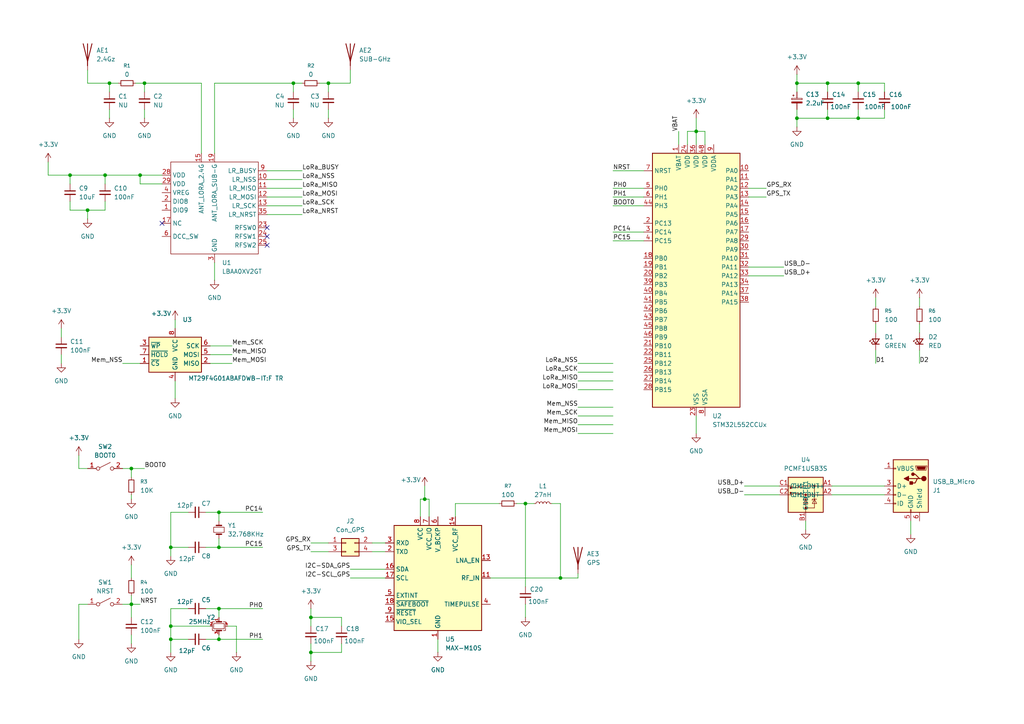
<source format=kicad_sch>
(kicad_sch (version 20250114) (generator "eeschema") (generator_version "9.0")
  (paper "A4")
  (lib_symbols
    (symbol "Connector:USB_B_Micro" (pin_names (offset 1.016))
      (property "Reference" "J" (at -5.08 11.43 0))
      (property "Value" "USB_B_Micro" (at -5.08 8.89 0))
      (symbol "USB_B_Micro_1_1"
        (pin passive line (at -2.54 -10.16 90) (length 2.54) (name "Shield") (number "6"))
        (pin power_out line (at 0 -10.16 90) (length 2.54) (name "GND") (number "5"))
        (pin power_out line (at 7.62 5.08 180) (length 2.54) (name "VBUS") (number "1"))
        (pin bidirectional line (at 7.62 0 180) (length 2.54) (name "D+") (number "3"))
        (pin bidirectional line (at 7.62 -2.54 180) (length 2.54) (name "D-") (number "2"))
        (pin passive line (at 7.62 -5.08 180) (length 2.54) (name "ID") (number "4"))
      )
    )
    (symbol "Connector_Generic:Conn_02x02_Odd_Even" (pin_names (offset 1.016) (hide yes))
      (property "Reference" "J" (at 1.27 2.54 0))
      (property "Value" "Conn_02x02_Odd_Even" (at 1.27 -5.08 0))
      (symbol "Conn_02x02_Odd_Even_1_1"
        (pin passive line (at -5.08 0 0) (length 3.81) (name "Pin_1") (number "1"))
        (pin passive line (at -5.08 -2.54 0) (length 3.81) (name "Pin_3") (number "3"))
        (pin passive line (at 7.62 0 180) (length 3.81) (name "Pin_2") (number "2"))
        (pin passive line (at 7.62 -2.54 180) (length 3.81) (name "Pin_4") (number "4"))
      )
    )
    (symbol "Device:Antenna" (pin_numbers (hide yes)) (pin_names (offset 1.016) (hide yes))
      (property "Reference" "AE" (at -1.905 1.905 0))
      (property "Value" "Antenna" (at -1.905 0 0))
      (symbol "Antenna_1_1"
        (pin input line (at 0 -5.08 90) (length 2.54) (name "A") (number "1"))
      )
    )
    (symbol "Device:C_Polarized_Small" (pin_numbers (hide yes)) (pin_names (offset 0.254) (hide yes))
      (property "Reference" "C" (at 0.254 1.778 0))
      (property "Value" "C_Polarized_Small" (at 0.254 -2.032 0))
      (symbol "C_Polarized_Small_1_1"
        (pin passive line (at 0 2.54 270) (length 1.8542) (name "~") (number "1"))
        (pin passive line (at 0 -2.54 90) (length 1.8542) (name "~") (number "2"))
      )
    )
    (symbol "Device:C_Small" (pin_numbers (hide yes)) (pin_names (offset 0.254) (hide yes))
      (property "Reference" "C" (at 0.254 1.778 0))
      (property "Value" "C_Small" (at 0.254 -2.032 0))
      (symbol "C_Small_1_1"
        (pin passive line (at 0 2.54 270) (length 2.032) (name "~") (number "1"))
        (pin passive line (at 0 -2.54 90) (length 2.032) (name "~") (number "2"))
      )
    )
    (symbol "Device:Crystal_GND24_Small" (pin_names (offset 1.016) (hide yes))
      (property "Reference" "Y" (at 1.27 4.445 0))
      (property "Value" "Crystal_GND24_Small" (at 1.27 2.54 0))
      (symbol "Crystal_GND24_Small_1_1"
        (pin passive line (at -2.54 0 0) (length 1.27) (name "1") (number "1"))
        (pin passive line (at 0 2.54 270) (length 0.635) (name "4") (number "4"))
        (pin passive line (at 0 -2.54 90) (length 0.635) (name "2") (number "2"))
        (pin passive line (at 2.54 0 180) (length 1.27) (name "3") (number "3"))
      )
    )
    (symbol "Device:Crystal_Small" (pin_numbers (hide yes)) (pin_names (offset 1.016) (hide yes))
      (property "Reference" "Y" (at 0 2.54 0))
      (property "Value" "Crystal_Small" (at 0 -2.54 0))
      (symbol "Crystal_Small_1_1"
        (pin passive line (at -2.54 0 0) (length 1.27) (name "1") (number "1"))
        (pin passive line (at 2.54 0 180) (length 1.27) (name "2") (number "2"))
      )
    )
    (symbol "Device:LED_Small" (pin_numbers (hide yes)) (pin_names (offset 0.254) (hide yes))
      (property "Reference" "D" (at -1.27 3.175 0))
      (property "Value" "LED_Small" (at -4.445 -2.54 0))
      (symbol "LED_Small_1_1"
        (pin passive line (at -2.54 0 0) (length 1.778) (name "K") (number "1"))
        (pin passive line (at 2.54 0 180) (length 1.778) (name "A") (number "2"))
      )
    )
    (symbol "Device:L_Small" (pin_numbers (hide yes)) (pin_names (offset 0.254) (hide yes))
      (property "Reference" "L" (at 0.762 1.016 0))
      (property "Value" "L_Small" (at 0.762 -1.016 0))
      (symbol "L_Small_1_1"
        (pin passive line (at 0 2.54 270) (length 0.508) (name "~") (number "1"))
        (pin passive line (at 0 -2.54 90) (length 0.508) (name "~") (number "2"))
      )
    )
    (symbol "Device:R_Small" (pin_numbers (hide yes)) (pin_names (offset 0.254) (hide yes))
      (property "Reference" "R" (at 0 0 90))
      (property "Value" "R_Small" (at 1.778 0 90))
      (symbol "R_Small_1_1"
        (pin passive line (at 0 2.54 270) (length 0.762) (name "~") (number "1"))
        (pin passive line (at 0 -2.54 90) (length 0.762) (name "~") (number "2"))
      )
    )
    (symbol "LTC4162IUFD-FFSM_PBF:LTC4162IUFD-FFSM_PBF" (pin_names (offset 1.016))
      (property "Reference" "U" (at -15.24 31.242 0))
      (property "Value" "LTC4162IUFD-FFSM_PBF" (at -15.24 -35.56 0))
      (symbol "LTC4162IUFD-FFSM_PBF_0_0"
        (pin input line (at -20.32 17.78 0) (length 5.08) (name "VIN") (number "7"))
        (pin output line (at -20.32 10.16 0) (length 5.08) (name "INFET") (number "6"))
        (pin input line (at -20.32 5.08 0) (length 5.08) (name "CLP") (number "5"))
        (pin input line (at -20.32 2.54 0) (length 5.08) (name "CLN") (number "4"))
        (pin output line (at -20.32 -2.54 0) (length 5.08) (name "~{SMBALERT}") (number "12"))
        (pin input clock (at -20.32 -5.08 0) (length 5.08) (name "SCL") (number "13"))
        (pin bidirectional line (at -20.32 -7.62 0) (length 5.08) (name "SDA") (number "14"))
        (pin input line (at -20.32 -12.7 0) (length 5.08) (name "SYNC") (number "16"))
        (pin input line (at -20.32 -15.24 0) (length 5.08) (name "CELLS0") (number "17"))
        (pin input line (at -20.32 -17.78 0) (length 5.08) (name "CELLS1") (number "18"))
        (pin passive line (at -20.32 -22.86 0) (length 5.08) (name "RT") (number "11"))
        (pin power_in line (at 20.32 27.94 180) (length 5.08) (name "DVCC") (number "15"))
        (pin power_in line (at 20.32 25.4 180) (length 5.08) (name "VCC2P5") (number "8"))
        (pin power_in line (at 20.32 22.86 180) (length 5.08) (name "INTVCC") (number "2"))
        (pin output line (at 20.32 17.78 180) (length 5.08) (name "VOUT") (number "27"))
        (pin output line (at 20.32 17.78 180) (length 5.08) (name "VOUT") (number "28"))
        (pin output line (at 20.32 15.24 180) (length 5.08) (name "VOUTA") (number "3"))
        (pin input line (at 20.32 10.16 180) (length 5.08) (name "BATFET") (number "22"))
        (pin passive line (at 20.32 7.62 180) (length 5.08) (name "BOOST") (number "1"))
        (pin bidirectional line (at 20.32 5.08 180) (length 5.08) (name "SW") (number "25"))
        (pin bidirectional line (at 20.32 5.08 180) (length 5.08) (name "SW") (number "26"))
        (pin input line (at 20.32 0 180) (length 5.08) (name "CSP") (number "21"))
        (pin input line (at 20.32 -2.54 180) (length 5.08) (name "CSN") (number "20"))
        (pin passive line (at 20.32 -7.62 180) (length 5.08) (name "BATSENS+") (number "19"))
        (pin output line (at 20.32 -12.7 180) (length 5.08) (name "NTCBIAS") (number "9"))
        (pin input line (at 20.32 -15.24 180) (length 5.08) (name "NTC") (number "10"))
        (pin power_in line (at 20.32 -27.94 180) (length 5.08) (name "AGND") (number "29"))
        (pin power_in line (at 20.32 -30.48 180) (length 5.08) (name "PGND") (number "23"))
        (pin power_in line (at 20.32 -30.48 180) (length 5.08) (name "PGND") (number "24"))
      )
    )
    (symbol "MCU_ST_STM32L5:STM32L552CCUx"
      (property "Reference" "U" (at -12.7 39.37 0))
      (property "Value" "STM32L552CCUx" (at 7.62 39.37 0))
      (symbol "STM32L552CCUx_1_1"
        (pin input line (at -15.24 33.02 0) (length 2.54) (name "NRST") (number "7"))
        (pin bidirectional line (at -15.24 27.94 0) (length 2.54) (name "PH0") (number "5"))
        (pin bidirectional line (at -15.24 25.4 0) (length 2.54) (name "PH1") (number "6"))
        (pin bidirectional line (at -15.24 22.86 0) (length 2.54) (name "PH3") (number "44"))
        (pin bidirectional line (at -15.24 17.78 0) (length 2.54) (name "PC13") (number "2"))
        (pin bidirectional line (at -15.24 15.24 0) (length 2.54) (name "PC14") (number "3"))
        (pin bidirectional line (at -15.24 12.7 0) (length 2.54) (name "PC15") (number "4"))
        (pin bidirectional line (at -15.24 7.62 0) (length 2.54) (name "PB0") (number "18"))
        (pin bidirectional line (at -15.24 5.08 0) (length 2.54) (name "PB1") (number "19"))
        (pin bidirectional line (at -15.24 2.54 0) (length 2.54) (name "PB2") (number "20"))
        (pin bidirectional line (at -15.24 0 0) (length 2.54) (name "PB3") (number "39"))
        (pin bidirectional line (at -15.24 -2.54 0) (length 2.54) (name "PB4") (number "40"))
        (pin bidirectional line (at -15.24 -5.08 0) (length 2.54) (name "PB5") (number "41"))
        (pin bidirectional line (at -15.24 -7.62 0) (length 2.54) (name "PB6") (number "42"))
        (pin bidirectional line (at -15.24 -10.16 0) (length 2.54) (name "PB7") (number "43"))
        (pin bidirectional line (at -15.24 -12.7 0) (length 2.54) (name "PB8") (number "45"))
        (pin bidirectional line (at -15.24 -15.24 0) (length 2.54) (name "PB9") (number "46"))
        (pin bidirectional line (at -15.24 -17.78 0) (length 2.54) (name "PB10") (number "21"))
        (pin bidirectional line (at -15.24 -20.32 0) (length 2.54) (name "PB11") (number "22"))
        (pin bidirectional line (at -15.24 -22.86 0) (length 2.54) (name "PB12") (number "25"))
        (pin bidirectional line (at -15.24 -25.4 0) (length 2.54) (name "PB13") (number "26"))
        (pin bidirectional line (at -15.24 -27.94 0) (length 2.54) (name "PB14") (number "27"))
        (pin bidirectional line (at -15.24 -30.48 0) (length 2.54) (name "PB15") (number "28"))
        (pin power_in line (at -5.08 40.64 270) (length 2.54) (name "VBAT") (number "1"))
        (pin power_in line (at -2.54 40.64 270) (length 2.54) (name "VDD") (number "24"))
        (pin power_in line (at 0 40.64 270) (length 2.54) (name "VDD") (number "36"))
        (pin power_in line (at 0 -38.1 90) (length 2.54) (name "VSS") (number "23"))
        (pin passive line (at 0 -38.1 90) (length 2.54) (hide yes) (name "VSS") (number "35"))
        (pin passive line (at 0 -38.1 90) (length 2.54) (hide yes) (name "VSS") (number "47"))
        (pin passive line (at 0 -38.1 90) (length 2.54) (hide yes) (name "VSS") (number "49"))
        (pin power_in line (at 2.54 40.64 270) (length 2.54) (name "VDD") (number "48"))
        (pin power_in line (at 2.54 -38.1 90) (length 2.54) (name "VSSA") (number "8"))
        (pin power_in line (at 5.08 40.64 270) (length 2.54) (name "VDDA") (number "9"))
        (pin bidirectional line (at 15.24 33.02 180) (length 2.54) (name "PA0") (number "10"))
        (pin bidirectional line (at 15.24 30.48 180) (length 2.54) (name "PA1") (number "11"))
        (pin bidirectional line (at 15.24 27.94 180) (length 2.54) (name "PA2") (number "12"))
        (pin bidirectional line (at 15.24 25.4 180) (length 2.54) (name "PA3") (number "13"))
        (pin bidirectional line (at 15.24 22.86 180) (length 2.54) (name "PA4") (number "14"))
        (pin bidirectional line (at 15.24 20.32 180) (length 2.54) (name "PA5") (number "15"))
        (pin bidirectional line (at 15.24 17.78 180) (length 2.54) (name "PA6") (number "16"))
        (pin bidirectional line (at 15.24 15.24 180) (length 2.54) (name "PA7") (number "17"))
        (pin bidirectional line (at 15.24 12.7 180) (length 2.54) (name "PA8") (number "29"))
        (pin bidirectional line (at 15.24 10.16 180) (length 2.54) (name "PA9") (number "30"))
        (pin bidirectional line (at 15.24 7.62 180) (length 2.54) (name "PA10") (number "31"))
        (pin bidirectional line (at 15.24 5.08 180) (length 2.54) (name "PA11") (number "32"))
        (pin bidirectional line (at 15.24 2.54 180) (length 2.54) (name "PA12") (number "33"))
        (pin bidirectional line (at 15.24 0 180) (length 2.54) (name "PA13") (number "34"))
        (pin bidirectional line (at 15.24 -2.54 180) (length 2.54) (name "PA14") (number "37"))
        (pin bidirectional line (at 15.24 -5.08 180) (length 2.54) (name "PA15") (number "38"))
      )
    )
    (symbol "Memory_EEPROM:CAT250xxx"
      (property "Reference" "U" (at -7.62 6.35 0))
      (property "Value" "CAT250xxx" (at 2.54 -6.35 0))
      (symbol "CAT250xxx_1_1"
        (pin input line (at -10.16 2.54 0) (length 2.54) (name "~{WP}") (number "3"))
        (pin input line (at -10.16 0 0) (length 2.54) (name "~{HOLD}") (number "7"))
        (pin input line (at -10.16 -2.54 0) (length 2.54) (name "~{CS}") (number "1"))
        (pin power_in line (at 0 7.62 270) (length 2.54) (name "VCC") (number "8"))
        (pin power_in line (at 0 -7.62 90) (length 2.54) (name "GND") (number "4"))
        (pin input line (at 10.16 2.54 180) (length 2.54) (name "SCK") (number "6"))
        (pin input line (at 10.16 0 180) (length 2.54) (name "MOSI") (number "5"))
        (pin tri_state line (at 10.16 -2.54 180) (length 2.54) (name "MISO") (number "2"))
      )
    )
    (symbol "RF_GPS:MAX-M10S"
      (property "Reference" "U" (at -10.16 16.51 0))
      (property "Value" "MAX-M10S" (at 11.43 16.51 0))
      (symbol "MAX-M10S_1_1"
        (pin input line (at -15.24 10.16 0) (length 2.54) (name "RXD") (number "3"))
        (pin output line (at -15.24 7.62 0) (length 2.54) (name "TXD") (number "2"))
        (pin bidirectional line (at -15.24 2.54 0) (length 2.54) (name "SDA") (number "16"))
        (pin input line (at -15.24 0 0) (length 2.54) (name "SCL") (number "17"))
        (pin input line (at -15.24 -5.08 0) (length 2.54) (name "EXTINT") (number "5"))
        (pin input line (at -15.24 -7.62 0) (length 2.54) (name "~{SAFEBOOT}") (number "18"))
        (pin input line (at -15.24 -10.16 0) (length 2.54) (name "~{RESET}") (number "9"))
        (pin input line (at -15.24 -12.7 0) (length 2.54) (name "VIO_SEL") (number "15"))
        (pin power_in line (at -5.08 17.78 270) (length 2.54) (name "VCC") (number "8"))
        (pin power_in line (at -2.54 17.78 270) (length 2.54) (name "VCC_IO") (number "7"))
        (pin power_in line (at 0 17.78 270) (length 2.54) (name "V_BCKP") (number "6"))
        (pin power_in line (at 0 -17.78 90) (length 2.54) (name "GND") (number "1"))
        (pin passive line (at 0 -17.78 90) (length 2.54) (hide yes) (name "GND") (number "10"))
        (pin passive line (at 0 -17.78 90) (length 2.54) (hide yes) (name "GND") (number "12"))
        (pin power_out line (at 5.08 17.78 270) (length 2.54) (name "VCC_RF") (number "14"))
        (pin output line (at 15.24 5.08 180) (length 2.54) (name "LNA_EN") (number "13"))
        (pin input line (at 15.24 0 180) (length 2.54) (name "RF_IN") (number "11"))
        (pin output line (at 15.24 -7.62 180) (length 2.54) (name "TIMEPULSE") (number "4"))
      )
    )
    (symbol "Switch:SW_SPST" (pin_names (offset 0) (hide yes))
      (property "Reference" "SW" (at 0 3.175 0))
      (property "Value" "SW_SPST" (at 0 -2.54 0))
      (symbol "SW_SPST_1_1"
        (pin passive line (at -5.08 0 0) (length 2.54) (name "A") (number "1"))
        (pin passive line (at 5.08 0 180) (length 2.54) (name "B") (number "2"))
      )
    )
    (symbol "_W_LoRa:LBAA0XV2GT-001"
      (property "Reference" "U" (at 8.636 8.89 0))
      (symbol "LBAA0XV2GT-001_1_1"
        (pin input line (at -13.97 3.81 0) (length 2.54) (name "VDD") (number "28"))
        (pin input line (at -13.97 1.27 0) (length 2.54) (name "VDD") (number "29"))
        (pin input line (at -13.97 -1.27 0) (length 2.54) (name "VREG") (number "4"))
        (pin input line (at -13.97 -3.81 0) (length 2.54) (name "DIO8") (number "2"))
        (pin input line (at -13.97 -6.35 0) (length 2.54) (name "DIO9") (number "1"))
        (pin input line (at -13.97 -10.16 0) (length 2.54) (name "NC") (number "17"))
        (pin input line (at -13.97 -10.16 0) (length 2.54) (hide yes) (name "NC") (number "21"))
        (pin input line (at -13.97 -13.97 0) (length 2.54) (name "DCC_SW") (number "6"))
        (pin input line (at -2.54 10.16 270) (length 2.54) (name "ANT_LORA_2.4G") (number "15"))
        (pin input line (at 1.27 10.16 270) (length 2.54) (name "ANT_LORA_SUB-G") (number "19"))
        (pin input line (at 1.27 -21.59 90) (length 2.54) (hide yes) (name "GND") (number "14"))
        (pin input line (at 1.27 -21.59 90) (length 2.54) (hide yes) (name "GND") (number "16"))
        (pin input line (at 1.27 -21.59 90) (length 2.54) (hide yes) (name "GND") (number "18"))
        (pin input line (at 1.27 -21.59 90) (length 2.54) (hide yes) (name "GND") (number "20"))
        (pin input line (at 1.27 -21.59 90) (length 2.54) (hide yes) (name "GND") (number "22"))
        (pin input line (at 1.27 -21.59 90) (length 2.54) (hide yes) (name "GND") (number "26"))
        (pin input line (at 1.27 -21.59 90) (length 2.54) (hide yes) (name "GND") (number "27"))
        (pin input line (at 1.27 -21.59 90) (length 2.54) (name "GND") (number "3"))
        (pin input line (at 1.27 -21.59 90) (length 2.54) (hide yes) (name "GND") (number "30"))
        (pin input line (at 1.27 -21.59 90) (length 2.54) (hide yes) (name "GND") (number "31"))
        (pin input line (at 1.27 -21.59 90) (length 2.54) (hide yes) (name "GND") (number "32"))
        (pin input line (at 1.27 -21.59 90) (length 2.54) (hide yes) (name "GND") (number "33"))
        (pin input line (at 1.27 -21.59 90) (length 2.54) (hide yes) (name "GND") (number "34"))
        (pin input line (at 1.27 -21.59 90) (length 2.54) (hide yes) (name "GND") (number "36"))
        (pin input line (at 1.27 -21.59 90) (length 2.54) (hide yes) (name "GND") (number "37"))
        (pin input line (at 1.27 -21.59 90) (length 2.54) (hide yes) (name "GND") (number "38"))
        (pin input line (at 1.27 -21.59 90) (length 2.54) (hide yes) (name "GND") (number "39"))
        (pin input line (at 1.27 -21.59 90) (length 2.54) (hide yes) (name "GND") (number "40"))
        (pin input line (at 1.27 -21.59 90) (length 2.54) (hide yes) (name "GND") (number "41"))
        (pin input line (at 1.27 -21.59 90) (length 2.54) (hide yes) (name "GND") (number "42"))
        (pin input line (at 1.27 -21.59 90) (length 2.54) (hide yes) (name "GND") (number "43"))
        (pin input line (at 1.27 -21.59 90) (length 2.54) (hide yes) (name "GND") (number "44"))
        (pin input line (at 1.27 -21.59 90) (length 2.54) (hide yes) (name "GND") (number "45"))
        (pin input line (at 1.27 -21.59 90) (length 2.54) (hide yes) (name "GND") (number "46"))
        (pin input line (at 1.27 -21.59 90) (length 2.54) (hide yes) (name "GND") (number "47"))
        (pin input line (at 1.27 -21.59 90) (length 2.54) (hide yes) (name "GND") (number "48"))
        (pin input line (at 1.27 -21.59 90) (length 2.54) (hide yes) (name "GND") (number "5"))
        (pin input line (at 1.27 -21.59 90) (length 2.54) (hide yes) (name "GND") (number "7"))
        (pin input line (at 1.27 -21.59 90) (length 2.54) (hide yes) (name "GND") (number "8"))
        (pin input line (at 16.51 5.08 180) (length 2.54) (name "LR_BUSY") (number "9"))
        (pin input line (at 16.51 2.54 180) (length 2.54) (name "LR_NSS") (number "10"))
        (pin input line (at 16.51 0 180) (length 2.54) (name "LR_MISO") (number "11"))
        (pin input line (at 16.51 -2.54 180) (length 2.54) (name "LR_MOSI") (number "12"))
        (pin input line (at 16.51 -5.08 180) (length 2.54) (name "LR_SCK") (number "13"))
        (pin input line (at 16.51 -7.62 180) (length 2.54) (name "LR_NRST") (number "35"))
        (pin input line (at 16.51 -11.43 180) (length 2.54) (name "RFSW0") (number "23"))
        (pin input line (at 16.51 -13.97 180) (length 2.54) (name "RFSW1") (number "24"))
        (pin input line (at 16.51 -16.51 180) (length 2.54) (name "RFSW2") (number "25"))
      )
    )
    (symbol "_W_MX8M:PCMF1HDMI2S"
      (property "Reference" "U" (at 0 0 0))
      (symbol "PCMF1HDMI2S_1_1"
        (pin passive line (at -7.62 -3.81 0) (length 2.54) (name "CH1_IN+") (number "A1"))
        (pin passive line (at -7.62 -6.35 0) (length 2.54) (name "CH1_IN-") (number "A2"))
        (pin power_in line (at 0 -13.97 90) (length 2.54) (name "GND_CH1") (number "B1"))
        (pin passive line (at 7.62 -3.81 180) (length 2.54) (name "CH1_OUT+") (number "C1"))
        (pin passive line (at 7.62 -6.35 180) (length 2.54) (name "CH1_OUT-") (number "C2"))
      )
    )
    (symbol "power:+3.3V" (power) (pin_numbers (hide yes)) (pin_names (offset 0) (hide yes))
      (property "Value" "+3.3V" (at 0 3.556 0))
      (symbol "+3.3V_1_1"
        (pin power_in line (at 0 0 90) (length 0) (name "~") (number "1"))
      )
    )
    (symbol "power:GND" (power) (pin_numbers (hide yes)) (pin_names (offset 0) (hide yes))
      (property "Value" "GND" (at 0 -3.81 0))
      (symbol "GND_1_1"
        (pin power_in line (at 0 0 270) (length 0) (name "~") (number "1"))
      )
    )
  )
  (junction (at 63.5 176.53))
  (junction (at 63.5 148.59))
  (junction (at 240.03 34.29))
  (junction (at 63.5 185.42))
  (junction (at 38.1 175.26))
  (junction (at 49.53 185.42))
  (junction (at 30.48 50.8))
  (junction (at 95.25 24.13))
  (junction (at 38.1 135.89))
  (junction (at 25.4 60.96))
  (junction (at 63.5 158.75))
  (junction (at 201.93 38.1))
  (junction (at 40.64 50.8))
  (junction (at 248.92 24.13))
  (junction (at 31.75 24.13))
  (junction (at 20.32 50.8))
  (junction (at 49.53 181.61))
  (junction (at 41.91 24.13))
  (junction (at 85.09 24.13))
  (junction (at 248.92 34.29))
  (junction (at 90.17 179.07))
  (junction (at 162.56 167.64))
  (junction (at 231.14 24.13))
  (junction (at 231.14 34.29))
  (junction (at 123.19 144.78))
  (junction (at 240.03 24.13))
  (junction (at 49.53 158.75))
  (junction (at 90.17 189.23))
  (junction (at 152.4 146.05))
  (no_connect (at 77.47 68.58))
  (no_connect (at 46.99 64.77))
  (no_connect (at 77.47 66.04))
  (no_connect (at 77.47 71.12))
  (wire (pts (xy 99.06 181.61) (xy 99.06 179.07)))
  (wire (pts (xy 77.47 54.61) (xy 87.63 54.61)))
  (wire (pts (xy 196.85 38.1) (xy 196.85 41.91)))
  (wire (pts (xy 177.8 69.85) (xy 186.69 69.85)))
  (wire (pts (xy 231.14 34.29) (xy 231.14 31.75)))
  (wire (pts (xy 59.69 158.75) (xy 63.5 158.75)))
  (wire (pts (xy 177.8 59.69) (xy 186.69 59.69)))
  (wire (pts (xy 25.4 135.89) (xy 22.86 135.89)))
  (wire (pts (xy 177.8 54.61) (xy 186.69 54.61)))
  (wire (pts (xy 95.25 157.48) (xy 90.17 157.48)))
  (wire (pts (xy 132.08 146.05) (xy 144.78 146.05)))
  (wire (pts (xy 49.53 185.42) (xy 54.61 185.42)))
  (wire (pts (xy 63.5 176.53) (xy 76.2 176.53)))
  (wire (pts (xy 77.47 57.15) (xy 87.63 57.15)))
  (wire (pts (xy 248.92 26.67) (xy 248.92 24.13)))
  (wire (pts (xy 201.93 38.1) (xy 204.47 38.1)))
  (wire (pts (xy 60.96 105.41) (xy 67.31 105.41)))
  (wire (pts (xy 63.5 148.59) (xy 63.5 151.13)))
  (wire (pts (xy 127 185.42) (xy 127 189.23)))
  (wire (pts (xy 201.93 120.65) (xy 201.93 125.73)))
  (wire (pts (xy 59.69 185.42) (xy 63.5 185.42)))
  (wire (pts (xy 95.25 24.13) (xy 95.25 26.67)))
  (wire (pts (xy 204.47 38.1) (xy 204.47 41.91)))
  (wire (pts (xy 77.47 62.23) (xy 87.63 62.23)))
  (wire (pts (xy 152.4 175.26) (xy 152.4 179.07)))
  (wire (pts (xy 60.96 102.87) (xy 67.31 102.87)))
  (wire (pts (xy 87.63 24.13) (xy 85.09 24.13)))
  (wire (pts (xy 264.16 151.13) (xy 264.16 154.94)))
  (wire (pts (xy 111.76 165.1) (xy 101.6 165.1)))
  (wire (pts (xy 162.56 167.64) (xy 167.64 167.64)))
  (wire (pts (xy 49.53 158.75) (xy 54.61 158.75)))
  (wire (pts (xy 233.68 151.13) (xy 233.68 153.67)))
  (wire (pts (xy 90.17 179.07) (xy 99.06 179.07)))
  (wire (pts (xy 266.7 86.36) (xy 266.7 88.9)))
  (wire (pts (xy 177.8 125.73) (xy 167.64 125.73)))
  (wire (pts (xy 38.1 186.69) (xy 38.1 184.15)))
  (wire (pts (xy 95.25 31.75) (xy 95.25 34.29)))
  (wire (pts (xy 254 93.98) (xy 254 96.52)))
  (wire (pts (xy 68.58 181.61) (xy 68.58 189.23)))
  (wire (pts (xy 248.92 34.29) (xy 256.54 34.29)))
  (wire (pts (xy 49.53 176.53) (xy 54.61 176.53)))
  (wire (pts (xy 25.4 60.96) (xy 30.48 60.96)))
  (wire (pts (xy 199.39 41.91) (xy 199.39 38.1)))
  (wire (pts (xy 240.03 34.29) (xy 248.92 34.29)))
  (wire (pts (xy 177.8 118.11) (xy 167.64 118.11)))
  (wire (pts (xy 63.5 148.59) (xy 76.2 148.59)))
  (wire (pts (xy 63.5 176.53) (xy 63.5 179.07)))
  (wire (pts (xy 62.23 24.13) (xy 62.23 44.45)))
  (wire (pts (xy 41.91 24.13) (xy 41.91 26.67)))
  (wire (pts (xy 121.92 144.78) (xy 123.19 144.78)))
  (wire (pts (xy 123.19 144.78) (xy 124.46 144.78)))
  (wire (pts (xy 46.99 50.8) (xy 40.64 50.8)))
  (wire (pts (xy 85.09 31.75) (xy 85.09 34.29)))
  (wire (pts (xy 254 101.6) (xy 254 105.41)))
  (wire (pts (xy 38.1 135.89) (xy 38.1 138.43)))
  (wire (pts (xy 111.76 157.48) (xy 107.95 157.48)))
  (wire (pts (xy 13.97 46.99) (xy 13.97 50.8)))
  (wire (pts (xy 20.32 53.34) (xy 20.32 50.8)))
  (wire (pts (xy 101.6 24.13) (xy 95.25 24.13)))
  (wire (pts (xy 256.54 26.67) (xy 256.54 24.13)))
  (wire (pts (xy 201.93 34.29) (xy 201.93 38.1)))
  (wire (pts (xy 92.71 24.13) (xy 95.25 24.13)))
  (wire (pts (xy 90.17 189.23) (xy 90.17 186.69)))
  (wire (pts (xy 177.8 123.19) (xy 167.64 123.19)))
  (wire (pts (xy 177.8 105.41) (xy 167.64 105.41)))
  (wire (pts (xy 162.56 146.05) (xy 162.56 167.64)))
  (wire (pts (xy 248.92 34.29) (xy 248.92 31.75)))
  (wire (pts (xy 90.17 179.07) (xy 90.17 176.53)))
  (wire (pts (xy 59.69 148.59) (xy 63.5 148.59)))
  (wire (pts (xy 152.4 146.05) (xy 152.4 170.18)))
  (wire (pts (xy 240.03 24.13) (xy 248.92 24.13)))
  (wire (pts (xy 20.32 50.8) (xy 13.97 50.8)))
  (wire (pts (xy 46.99 53.34) (xy 40.64 53.34)))
  (wire (pts (xy 231.14 24.13) (xy 231.14 21.59)))
  (wire (pts (xy 90.17 181.61) (xy 90.17 179.07)))
  (wire (pts (xy 240.03 34.29) (xy 240.03 31.75)))
  (wire (pts (xy 132.08 149.86) (xy 132.08 146.05)))
  (wire (pts (xy 152.4 146.05) (xy 154.94 146.05)))
  (wire (pts (xy 177.8 113.03) (xy 167.64 113.03)))
  (wire (pts (xy 217.17 54.61) (xy 222.25 54.61)))
  (wire (pts (xy 35.56 135.89) (xy 38.1 135.89)))
  (wire (pts (xy 63.5 156.21) (xy 63.5 158.75)))
  (wire (pts (xy 77.47 59.69) (xy 87.63 59.69)))
  (wire (pts (xy 90.17 191.77) (xy 90.17 189.23)))
  (wire (pts (xy 215.9 140.97) (xy 226.06 140.97)))
  (wire (pts (xy 66.04 181.61) (xy 68.58 181.61)))
  (wire (pts (xy 40.64 105.41) (xy 35.56 105.41)))
  (wire (pts (xy 177.8 49.53) (xy 186.69 49.53)))
  (wire (pts (xy 38.1 143.51) (xy 38.1 144.78)))
  (wire (pts (xy 41.91 31.75) (xy 41.91 34.29)))
  (wire (pts (xy 38.1 135.89) (xy 41.91 135.89)))
  (wire (pts (xy 39.37 24.13) (xy 41.91 24.13)))
  (wire (pts (xy 231.14 34.29) (xy 240.03 34.29)))
  (wire (pts (xy 38.1 163.83) (xy 38.1 167.64)))
  (wire (pts (xy 25.4 60.96) (xy 25.4 63.5)))
  (wire (pts (xy 49.53 185.42) (xy 49.53 189.23)))
  (wire (pts (xy 49.53 176.53) (xy 49.53 181.61)))
  (wire (pts (xy 38.1 175.26) (xy 38.1 179.07)))
  (wire (pts (xy 256.54 34.29) (xy 256.54 31.75)))
  (wire (pts (xy 111.76 167.64) (xy 101.6 167.64)))
  (wire (pts (xy 123.19 140.97) (xy 123.19 144.78)))
  (wire (pts (xy 217.17 57.15) (xy 222.25 57.15)))
  (wire (pts (xy 62.23 76.2) (xy 62.23 81.28)))
  (wire (pts (xy 240.03 26.67) (xy 240.03 24.13)))
  (wire (pts (xy 121.92 149.86) (xy 121.92 144.78)))
  (wire (pts (xy 49.53 158.75) (xy 49.53 161.29)))
  (wire (pts (xy 25.4 24.13) (xy 31.75 24.13)))
  (wire (pts (xy 22.86 175.26) (xy 22.86 185.42)))
  (wire (pts (xy 31.75 24.13) (xy 31.75 26.67)))
  (wire (pts (xy 62.23 24.13) (xy 85.09 24.13)))
  (wire (pts (xy 63.5 158.75) (xy 76.2 158.75)))
  (wire (pts (xy 63.5 184.15) (xy 63.5 185.42)))
  (wire (pts (xy 231.14 26.67) (xy 231.14 24.13)))
  (wire (pts (xy 49.53 181.61) (xy 49.53 185.42)))
  (wire (pts (xy 25.4 24.13) (xy 25.4 20.32)))
  (wire (pts (xy 177.8 110.49) (xy 167.64 110.49)))
  (wire (pts (xy 59.69 176.53) (xy 63.5 176.53)))
  (wire (pts (xy 41.91 24.13) (xy 58.42 24.13)))
  (wire (pts (xy 160.02 146.05) (xy 162.56 146.05)))
  (wire (pts (xy 90.17 189.23) (xy 99.06 189.23)))
  (wire (pts (xy 167.64 167.64) (xy 167.64 166.37)))
  (wire (pts (xy 201.93 38.1) (xy 201.93 41.91)))
  (wire (pts (xy 149.86 146.05) (xy 152.4 146.05)))
  (wire (pts (xy 38.1 175.26) (xy 40.64 175.26)))
  (wire (pts (xy 63.5 185.42) (xy 76.2 185.42)))
  (wire (pts (xy 124.46 144.78) (xy 124.46 149.86)))
  (wire (pts (xy 60.96 100.33) (xy 67.31 100.33)))
  (wire (pts (xy 22.86 132.08) (xy 22.86 135.89)))
  (wire (pts (xy 241.3 140.97) (xy 256.54 140.97)))
  (wire (pts (xy 31.75 24.13) (xy 34.29 24.13)))
  (wire (pts (xy 17.78 97.79) (xy 17.78 95.25)))
  (wire (pts (xy 241.3 143.51) (xy 256.54 143.51)))
  (wire (pts (xy 254 86.36) (xy 254 88.9)))
  (wire (pts (xy 77.47 52.07) (xy 87.63 52.07)))
  (wire (pts (xy 227.33 77.47) (xy 217.17 77.47)))
  (wire (pts (xy 215.9 143.51) (xy 226.06 143.51)))
  (wire (pts (xy 266.7 93.98) (xy 266.7 96.52)))
  (wire (pts (xy 227.33 80.01) (xy 217.17 80.01)))
  (wire (pts (xy 266.7 101.6) (xy 266.7 105.41)))
  (wire (pts (xy 177.8 67.31) (xy 186.69 67.31)))
  (wire (pts (xy 25.4 175.26) (xy 22.86 175.26)))
  (wire (pts (xy 85.09 24.13) (xy 85.09 26.67)))
  (wire (pts (xy 38.1 172.72) (xy 38.1 175.26)))
  (wire (pts (xy 50.8 110.49) (xy 50.8 115.57)))
  (wire (pts (xy 77.47 49.53) (xy 87.63 49.53)))
  (wire (pts (xy 49.53 148.59) (xy 49.53 158.75)))
  (wire (pts (xy 49.53 148.59) (xy 54.61 148.59)))
  (wire (pts (xy 199.39 38.1) (xy 201.93 38.1)))
  (wire (pts (xy 31.75 31.75) (xy 31.75 34.29)))
  (wire (pts (xy 248.92 24.13) (xy 256.54 24.13)))
  (wire (pts (xy 231.14 24.13) (xy 240.03 24.13)))
  (wire (pts (xy 40.64 50.8) (xy 30.48 50.8)))
  (wire (pts (xy 30.48 60.96) (xy 30.48 58.42)))
  (wire (pts (xy 177.8 107.95) (xy 167.64 107.95)))
  (wire (pts (xy 142.24 167.64) (xy 162.56 167.64)))
  (wire (pts (xy 95.25 160.02) (xy 90.17 160.02)))
  (wire (pts (xy 50.8 95.25) (xy 50.8 92.71)))
  (wire (pts (xy 111.76 160.02) (xy 107.95 160.02)))
  (wire (pts (xy 20.32 60.96) (xy 25.4 60.96)))
  (wire (pts (xy 101.6 24.13) (xy 101.6 20.32)))
  (wire (pts (xy 20.32 58.42) (xy 20.32 60.96)))
  (wire (pts (xy 58.42 44.45) (xy 58.42 24.13)))
  (wire (pts (xy 40.64 53.34) (xy 40.64 50.8)))
  (wire (pts (xy 99.06 189.23) (xy 99.06 186.69)))
  (wire (pts (xy 231.14 36.83) (xy 231.14 34.29)))
  (wire (pts (xy 35.56 175.26) (xy 38.1 175.26)))
  (wire (pts (xy 177.8 120.65) (xy 167.64 120.65)))
  (wire (pts (xy 17.78 105.41) (xy 17.78 102.87)))
  (wire (pts (xy 30.48 53.34) (xy 30.48 50.8)))
  (wire (pts (xy 49.53 181.61) (xy 60.96 181.61)))
  (wire (pts (xy 177.8 57.15) (xy 186.69 57.15)))
  (wire (pts (xy 30.48 50.8) (xy 20.32 50.8)))
  (label "BOOT0" (at 41.91 135.89 0))
  (label "PH0" (at 76.2 176.53 180))
  (label "Mem_SCK" (at 67.31 100.33 0))
  (label "D2" (at 266.7 105.41 0))
  (label "BOOT0" (at 177.8 59.69 0))
  (label "Mem_MISO" (at 167.64 123.19 180))
  (label "GPS_RX" (at 90.17 157.48 180))
  (label "NRST" (at 177.8 49.53 0))
  (label "LoRa_SCK" (at 167.64 107.95 180))
  (label "LoRa_NSS" (at 87.63 52.07 0))
  (label "GPS_TX" (at 90.17 160.02 180))
  (label "LoRa_MISO" (at 87.63 54.61 0))
  (label "LoRa_MISO" (at 167.64 110.49 180))
  (label "PC15" (at 177.8 69.85 0))
  (label "Mem_MOSI" (at 67.31 105.41 0))
  (label "I2C-SCL_GPS" (at 101.6 167.64 180))
  (label "LoRa_NRST" (at 87.63 62.23 0))
  (label "USB_D-" (at 227.33 77.47 0))
  (label "LoRa_SCK" (at 87.63 59.69 0))
  (label "PH1" (at 177.8 57.15 0))
  (label "LoRa_MOSI" (at 87.63 57.15 0))
  (label "Mem_SCK" (at 167.64 120.65 180))
  (label "Mem_MOSI" (at 167.64 125.73 180))
  (label "LoRa_BUSY" (at 87.63 49.53 0))
  (label "PC15" (at 76.2 158.75 180))
  (label "NRST" (at 40.64 175.26 0))
  (label "Mem_NSS" (at 167.64 118.11 180))
  (label "Mem_NSS" (at 35.56 105.41 180))
  (label "PC14" (at 177.8 67.31 0))
  (label "D1" (at 254 105.41 0))
  (label "PC14" (at 76.2 148.59 180))
  (label "VBAT" (at 196.85 38.1 90))
  (label "USB_D+" (at 227.33 80.01 0))
  (label "GPS_TX" (at 222.25 57.15 0))
  (label "Mem_MISO" (at 67.31 102.87 0))
  (label "LoRa_MOSI" (at 167.64 113.03 180))
  (label "LoRa_NSS" (at 167.64 105.41 180))
  (label "GPS_RX" (at 222.25 54.61 0))
  (label "PH1" (at 76.2 185.42 180))
  (label "USB_D+" (at 215.9 140.97 180))
  (label "PH0" (at 177.8 54.61 0))
  (label "USB_D-" (at 215.9 143.51 180))
  (label "I2C-SDA_GPS" (at 101.6 165.1 180))
  (symbol (lib_id "power:GND") (at 95.25 34.29 0) (mirror y) (unit 1)
    (property "Reference" "#PWR04" (effects (hide yes)))
    (property "Value" "GND" (at 95.25 39.37 0))
    (property "Description" "Power symbol creates a global label with name \"GND\" , ground" (effects (hide yes)))
  )
  (symbol (lib_id "LTC4162IUFD-FFSM_PBF:LTC4162IUFD-FFSM_PBF") (at -64.77 81.28 0) (unit 1)
    (property "Reference" "U6" (at -64.77 45.72 0))
    (property "Value" "LTC4162IUFD-FFSM_PBF" (at -64.77 48.26 0))
    (property "Footprint" "_W_LoRa:QFN50P500X400X80-29N" (effects (hide yes)))
    (property "MF" "Analog Devices" (effects (hide yes)))
    (property "Description_1" "35V/3.2A Multi-Cell LiFePO4 Step-Down Battery Charger with PowerPath and I2C Telemetry" (effects (hide yes)))
    (property "Package" "QFN -28 Analog Devices" (effects (hide yes)))
    (property "Price" "None" (effects (hide yes)))
    (property "Check_prices" "https://www.snapeda.com/parts/LTC4162IUFD-FFSM%23PBF/Analog+Devices/view-part/?ref=eda" (effects (hide yes)))
    (property "STANDARD" "IPC-7351B" (effects (hide yes)))
    (property "PARTREV" "A" (effects (hide yes)))
    (property "SnapEDA_Link" "https://www.snapeda.com/parts/LTC4162IUFD-FFSM%23PBF/Analog+Devices/view-part/?ref=snap" (effects (hide yes)))
    (property "MP" "LTC4162IUFD-FFSM#PBF" (effects (hide yes)))
    (property "Availability" "Not in stock" (effects (hide yes)))
    (property "MANUFACTURER" "Analog Devices" (effects (hide yes)))
  )
  (symbol (lib_id "Device:C_Small") (at 41.91 29.21 0) (unit 1)
    (property "Reference" "C2" (at 44.45 27.9462 0) (effects (justify left)))
    (property "Value" "NU" (at 44.45 30.4862 0) (effects (justify left)))
    (property "Footprint" "Capacitor_SMD:C_0402_1005Metric" (effects (hide yes)))
    (property "Description" "Unpolarized capacitor, small symbol" (effects (hide yes)))
  )
  (symbol (lib_id "Device:C_Small") (at 57.15 185.42 270) (unit 1)
    (property "Reference" "C6" (at 58.4138 187.96 90) (effects (justify left)))
    (property "Value" "12pF" (at 51.816 188.722 90) (effects (justify left)))
    (property "Footprint" "Capacitor_SMD:C_0402_1005Metric" (effects (hide yes)))
    (property "Description" "Unpolarized capacitor, small symbol" (effects (hide yes)))
  )
  (symbol (lib_id "MCU_ST_STM32L5:STM32L552CCUx") (at 201.93 82.55 0) (unit 1)
    (property "Reference" "U2" (at 206.6133 120.65 0) (effects (justify left)))
    (property "Value" "STM32L552CCUx" (at 206.6133 123.19 0) (effects (justify left)))
    (property "Footprint" "Package_DFN_QFN:QFN-48-1EP_7x7mm_P0.5mm_EP5.6x5.6mm" (effects (hide yes)))
    (property "Datasheet" "https://www.st.com/resource/en/datasheet/stm32l552cc.pdf" (effects (hide yes)))
    (property "Description" "STMicroelectronics Arm Cortex-M33 MCU, 256KB flash, 256KB RAM, 110 MHz, 1.71-3.6V, 38 GPIO, UFQFPN48" (effects (hide yes)))
  )
  (symbol (lib_id "Device:Crystal_GND24_Small") (at 63.5 181.61 270) (unit 1)
    (property "Reference" "Y2" (at 61.214 179.07 90))
    (property "Value" "25MHz" (at 57.912 180.34 90))
    (property "Footprint" "Crystal:Crystal_SMD_3225-4Pin_3.2x2.5mm" (effects (hide yes)))
    (property "Description" "Four pin crystal, GND on pins 2 and 4, small symbol" (effects (hide yes)))
  )
  (symbol (lib_id "_W_LoRa:LBAA0XV2GT-001") (at 60.96 54.61 0) (unit 1)
    (property "Reference" "U1" (at 64.3733 76.2 0) (effects (justify left)))
    (property "Value" "LBAA0XV2GT" (at 64.3733 78.74 0) (effects (justify left)))
    (property "Footprint" "_W_LoRa:LBAA0XV2GT" (effects (hide yes)))
  )
  (symbol (lib_id "Device:C_Small") (at 152.4 172.72 0) (unit 1)
    (property "Reference" "C20" (at 153.67 170.942 0) (effects (justify left)))
    (property "Value" "100nF" (at 153.162 174.498 0) (effects (justify left)))
    (property "Footprint" "Capacitor_SMD:C_0402_1005Metric" (effects (hide yes)))
    (property "Description" "Unpolarized capacitor, small symbol" (effects (hide yes)))
  )
  (symbol (lib_id "power:+3.3V") (at 17.78 95.25 0) (unit 1)
    (property "Reference" "#PWR015" (effects (hide yes)))
    (property "Value" "+3.3V" (at 17.78 90.17 0))
    (property "Description" "Power symbol creates a global label with name \"+3.3V\"" (effects (hide yes)))
  )
  (symbol (lib_id "Switch:SW_SPST") (at 30.48 175.26 0) (unit 1)
    (property "Reference" "SW1" (at 30.48 168.91 0))
    (property "Value" "NRST" (at 30.48 171.45 0))
    (property "Footprint" "Button_Switch_SMD:SW_Push_1P1T_XKB_TS-1187A" (effects (hide yes)))
    (property "Description" "Single Pole Single Throw (SPST) switch" (effects (hide yes)))
  )
  (symbol (lib_id "Connector:USB_B_Micro") (at 264.16 140.97 0) (mirror y) (unit 1)
    (property "Reference" "J1" (at 270.51 142.2401 0) (effects (justify right)))
    (property "Value" "USB_B_Micro" (at 270.51 139.7001 0) (effects (justify right)))
    (property "Footprint" "Connector_USB:USB_Mini-B_Wuerth_65100516121_Horizontal" (effects (hide yes)))
    (property "Description" "USB Micro Type B connector" (effects (hide yes)))
  )
  (symbol (lib_id "power:GND") (at 41.91 34.29 0) (unit 1)
    (property "Reference" "#PWR03" (effects (hide yes)))
    (property "Value" "GND" (at 41.91 39.37 0))
    (property "Description" "Power symbol creates a global label with name \"GND\" , ground" (effects (hide yes)))
  )
  (symbol (lib_id "power:+3.3V") (at 123.19 140.97 0) (unit 1)
    (property "Reference" "#PWR029" (effects (hide yes)))
    (property "Value" "+3.3V" (at 119.126 139.192 0))
    (property "Description" "Power symbol creates a global label with name \"+3.3V\"" (effects (hide yes)))
  )
  (symbol (lib_id "Device:C_Small") (at 90.17 184.15 0) (unit 1)
    (property "Reference" "C17" (at 91.44 182.372 0) (effects (justify left)))
    (property "Value" "100nF" (at 90.932 185.928 0) (effects (justify left)))
    (property "Footprint" "Capacitor_SMD:C_0402_1005Metric" (effects (hide yes)))
    (property "Description" "Unpolarized capacitor, small symbol" (effects (hide yes)))
  )
  (symbol (lib_id "power:GND") (at 233.68 153.67 0) (unit 1)
    (property "Reference" "#PWR024" (effects (hide yes)))
    (property "Value" "GND" (at 233.68 158.75 0))
    (property "Description" "Power symbol creates a global label with name \"GND\" , ground" (effects (hide yes)))
  )
  (symbol (lib_id "Device:C_Small") (at 38.1 181.61 0) (unit 1)
    (property "Reference" "C12" (at 40.64 180.3462 0) (effects (justify left)))
    (property "Value" "100nF" (at 40.64 182.8862 0) (effects (justify left)))
    (property "Footprint" "Capacitor_SMD:C_0402_1005Metric" (effects (hide yes)))
    (property "Description" "Unpolarized capacitor, small symbol" (effects (hide yes)))
  )
  (symbol (lib_id "RF_GPS:MAX-M10S") (at 127 167.64 0) (unit 1)
    (property "Reference" "U5" (at 129.1433 185.42 0) (effects (justify left)))
    (property "Value" "MAX-M10S" (at 129.1433 187.96 0) (effects (justify left)))
    (property "Footprint" "RF_GPS:ublox_MAX" (effects (hide yes)))
    (property "Datasheet" "https://content.u-blox.com/sites/default/files/MAX-M10S_DataSheet_UBX-20035208.pdf" (effects (hide yes)))
    (property "Description" "GNSS Module MAX M10, VCC 1.65V to 3.6V" (effects (hide yes)))
  )
  (symbol (lib_id "power:GND") (at 49.53 189.23 0) (unit 1)
    (property "Reference" "#PWR08" (effects (hide yes)))
    (property "Value" "GND" (at 49.53 194.31 0))
    (property "Description" "Power symbol creates a global label with name \"GND\" , ground" (effects (hide yes)))
  )
  (symbol (lib_id "Device:L_Small") (at 157.48 146.05 90) (unit 1)
    (property "Reference" "L1" (at 157.48 140.97 90))
    (property "Value" "27nH" (at 157.48 143.51 90))
    (property "Footprint" "Inductor_SMD:L_0402_1005Metric" (effects (hide yes)))
    (property "Description" "Inductor, small symbol" (effects (hide yes)))
  )
  (symbol (lib_id "_W_MX8M:PCMF1HDMI2S") (at 233.68 137.16 0) (mirror y) (unit 1)
    (property "Reference" "U4" (at 233.68 133.35 0))
    (property "Value" "PCMF1USB3S" (at 233.68 135.89 0))
    (property "Footprint" "_W_SBC:WLCSP52-1-2_NEX" (effects (hide yes)))
  )
  (symbol (lib_id "power:GND") (at 50.8 115.57 0) (unit 1)
    (property "Reference" "#PWR013" (effects (hide yes)))
    (property "Value" "GND" (at 50.8 120.65 0))
    (property "Description" "Power symbol creates a global label with name \"GND\" , ground" (effects (hide yes)))
  )
  (symbol (lib_id "power:GND") (at 201.93 125.73 0) (unit 1)
    (property "Reference" "#PWR06" (effects (hide yes)))
    (property "Value" "GND" (at 201.93 130.81 0))
    (property "Description" "Power symbol creates a global label with name \"GND\" , ground" (effects (hide yes)))
  )
  (symbol (lib_id "Device:C_Small") (at 248.92 29.21 0) (unit 1)
    (property "Reference" "C15" (at 250.19 27.432 0) (effects (justify left)))
    (property "Value" "100nF" (at 250.698 30.988 0) (effects (justify left)))
    (property "Footprint" "Capacitor_SMD:C_0402_1005Metric" (effects (hide yes)))
    (property "Description" "Unpolarized capacitor, small symbol" (effects (hide yes)))
  )
  (symbol (lib_id "Device:C_Polarized_Small") (at 231.14 29.21 0) (unit 1)
    (property "Reference" "C13" (at 233.68 27.3938 0) (effects (justify left)))
    (property "Value" "2.2uF" (at 233.68 29.9338 0) (effects (justify left)))
    (property "Footprint" "Capacitor_Tantalum_SMD:CP_EIA-1608-08_AVX-J" (effects (hide yes)))
    (property "Description" "Polarized capacitor, small symbol" (effects (hide yes)))
  )
  (symbol (lib_id "Memory_EEPROM:CAT250xxx") (at 50.8 102.87 0) (unit 1)
    (property "Reference" "U3" (at 52.9433 92.71 0) (effects (justify left)))
    (property "Value" "MT29F4G01ABAFDWB-IT:F TR" (at 54.61 109.728 0) (effects (justify left)))
    (property "Footprint" "_W_LoRa:SON127P600X800X65-8N" (effects (hide yes)))
    (property "Datasheet" "http://www.onsemi.com/PowerSolutions/product.do?id=CAT25040" (effects (hide yes)))
    (property "Description" "ON Semiconductor SPI Serial EEPROM, DIP-8/SOIC-8/TSSOP-8" (effects (hide yes)))
  )
  (symbol (lib_id "Device:LED_Small") (at 266.7 99.06 90) (unit 1)
    (property "Reference" "D2" (at 269.24 97.7264 90) (effects (justify right)))
    (property "Value" "RED" (at 269.24 100.2664 90) (effects (justify right)))
    (property "Footprint" "LED_SMD:LED_0402_1005Metric" (effects (hide yes)))
    (property "Description" "Light emitting diode, small symbol" (effects (hide yes)))
    (property "Sim.Pin" "1=K 2=A" (effects (hide yes)))
  )
  (symbol (lib_id "Device:LED_Small") (at 254 99.06 90) (unit 1)
    (property "Reference" "D1" (at 256.54 97.7264 90) (effects (justify right)))
    (property "Value" "GREEN" (at 256.54 100.2664 90) (effects (justify right)))
    (property "Footprint" "LED_SMD:LED_0402_1005Metric" (effects (hide yes)))
    (property "Description" "Light emitting diode, small symbol" (effects (hide yes)))
    (property "Sim.Pin" "1=K 2=A" (effects (hide yes)))
  )
  (symbol (lib_id "power:GND") (at 49.53 161.29 0) (unit 1)
    (property "Reference" "#PWR09" (effects (hide yes)))
    (property "Value" "GND" (at 49.53 166.37 0))
    (property "Description" "Power symbol creates a global label with name \"GND\" , ground" (effects (hide yes)))
  )
  (symbol (lib_id "Device:Crystal_Small") (at 63.5 153.67 90) (unit 1)
    (property "Reference" "Y1" (at 66.04 152.3999 90) (effects (justify right)))
    (property "Value" "32.768KHz" (at 66.04 154.9399 90) (effects (justify right)))
    (property "Footprint" "Crystal:Crystal_SMD_3215-2Pin_3.2x1.5mm" (effects (hide yes)))
    (property "Description" "Two pin crystal, small symbol" (effects (hide yes)))
  )
  (symbol (lib_id "Device:R_Small") (at 147.32 146.05 90) (unit 1)
    (property "Reference" "R7" (at 147.32 140.97 90) (effects (font (size 1.016 1.016))))
    (property "Value" "100" (at 147.32 143.51 90))
    (property "Footprint" "Resistor_SMD:R_0402_1005Metric" (effects (hide yes)))
    (property "Description" "Resistor, small symbol" (effects (hide yes)))
  )
  (symbol (lib_id "power:+3.3V") (at 266.7 86.36 0) (unit 1)
    (property "Reference" "#PWR023" (effects (hide yes)))
    (property "Value" "+3.3V" (at 266.7 81.28 0))
    (property "Description" "Power symbol creates a global label with name \"+3.3V\"" (effects (hide yes)))
  )
  (symbol (lib_id "Device:Antenna") (at 101.6 15.24 0) (mirror y) (unit 1)
    (property "Reference" "AE2" (at 104.14 14.6049 0) (effects (justify right)))
    (property "Value" "SUB-GHz" (at 104.14 17.1449 0) (effects (justify right)))
    (property "Footprint" "Connector_Coaxial:SMA_Molex_73251-1153_EdgeMount_Horizontal" (effects (hide yes)))
    (property "Description" "Antenna" (effects (hide yes)))
  )
  (symbol (lib_id "power:GND") (at 38.1 186.69 0) (unit 1)
    (property "Reference" "#PWR022" (effects (hide yes)))
    (property "Value" "GND" (at 38.1 191.77 0))
    (property "Description" "Power symbol creates a global label with name \"GND\" , ground" (effects (hide yes)))
  )
  (symbol (lib_id "Device:R_Small") (at 254 91.44 0) (unit 1)
    (property "Reference" "R5" (at 256.54 90.1699 0) (effects (font (size 1.016 1.016)) (justify left)))
    (property "Value" "100" (at 256.54 92.7099 0) (effects (justify left)))
    (property "Footprint" "Resistor_SMD:R_0402_1005Metric" (effects (hide yes)))
    (property "Description" "Resistor, small symbol" (effects (hide yes)))
  )
  (symbol (lib_id "power:GND") (at 127 189.23 0) (unit 1)
    (property "Reference" "#PWR028" (effects (hide yes)))
    (property "Value" "GND" (at 127 194.31 0))
    (property "Description" "Power symbol creates a global label with name \"GND\" , ground" (effects (hide yes)))
  )
  (symbol (lib_id "Device:C_Small") (at 85.09 29.21 0) (mirror y) (unit 1)
    (property "Reference" "C4" (at 82.55 27.9462 0) (effects (justify left)))
    (property "Value" "NU" (at 82.55 30.4862 0) (effects (justify left)))
    (property "Footprint" "Capacitor_SMD:C_0402_1005Metric" (effects (hide yes)))
    (property "Description" "Unpolarized capacitor, small symbol" (effects (hide yes)))
  )
  (symbol (lib_id "Device:C_Small") (at 17.78 100.33 0) (unit 1)
    (property "Reference" "C11" (at 20.32 99.0662 0) (effects (justify left)))
    (property "Value" "100nF" (at 20.32 101.6062 0) (effects (justify left)))
    (property "Footprint" "Capacitor_SMD:C_0402_1005Metric" (effects (hide yes)))
    (property "Description" "Unpolarized capacitor, small symbol" (effects (hide yes)))
  )
  (symbol (lib_id "Connector_Generic:Conn_02x02_Odd_Even") (at 100.33 157.48 0) (unit 1)
    (property "Reference" "J2" (at 101.6 151.13 0))
    (property "Value" "Con_GPS" (at 101.6 153.67 0))
    (property "Footprint" "Connector_PinSocket_2.54mm:PinSocket_2x02_P2.54mm_Vertical" (effects (hide yes)))
    (property "Description" "Generic connector, double row, 02x02, odd/even pin numbering scheme (row 1 odd numbers, row 2 even numbers), script generated (kicad-library-utils/schlib/autogen/connector/)" (effects (hide yes)))
  )
  (symbol (lib_id "power:+3.3V") (at 13.97 46.99 0) (unit 1)
    (property "Reference" "#PWR010" (effects (hide yes)))
    (property "Value" "+3.3V" (at 13.97 41.91 0))
    (property "Description" "Power symbol creates a global label with name \"+3.3V\"" (effects (hide yes)))
  )
  (symbol (lib_id "power:GND") (at 17.78 105.41 0) (unit 1)
    (property "Reference" "#PWR014" (effects (hide yes)))
    (property "Value" "GND" (at 17.78 110.49 0))
    (property "Description" "Power symbol creates a global label with name \"GND\" , ground" (effects (hide yes)))
  )
  (symbol (lib_id "power:GND") (at 231.14 36.83 0) (unit 1)
    (property "Reference" "#PWR027" (effects (hide yes)))
    (property "Value" "GND" (at 231.14 41.91 0))
    (property "Description" "Power symbol creates a global label with name \"GND\" , ground" (effects (hide yes)))
  )
  (symbol (lib_id "Device:R_Small") (at 38.1 170.18 0) (unit 1)
    (property "Reference" "R4" (at 40.64 168.9099 0) (effects (font (size 1.016 1.016)) (justify left)))
    (property "Value" "100" (at 40.64 171.4499 0) (effects (justify left)))
    (property "Footprint" "Resistor_SMD:R_0402_1005Metric" (effects (hide yes)))
    (property "Description" "Resistor, small symbol" (effects (hide yes)))
  )
  (symbol (lib_id "power:+3.3V") (at 50.8 92.71 0) (unit 1)
    (property "Reference" "#PWR016" (effects (hide yes)))
    (property "Value" "+3.3V" (at 46.736 90.932 0))
    (property "Description" "Power symbol creates a global label with name \"+3.3V\"" (effects (hide yes)))
  )
  (symbol (lib_id "power:GND") (at 25.4 63.5 0) (unit 1)
    (property "Reference" "#PWR011" (effects (hide yes)))
    (property "Value" "GND" (at 25.4 68.58 0))
    (property "Description" "Power symbol creates a global label with name \"GND\" , ground" (effects (hide yes)))
  )
  (symbol (lib_id "power:GND") (at 31.75 34.29 0) (unit 1)
    (property "Reference" "#PWR02" (effects (hide yes)))
    (property "Value" "GND" (at 31.75 39.37 0))
    (property "Description" "Power symbol creates a global label with name \"GND\" , ground" (effects (hide yes)))
  )
  (symbol (lib_id "power:+3.3V") (at 90.17 176.53 0) (unit 1)
    (property "Reference" "#PWR030" (effects (hide yes)))
    (property "Value" "+3.3V" (at 90.17 171.45 0))
    (property "Description" "Power symbol creates a global label with name \"+3.3V\"" (effects (hide yes)))
  )
  (symbol (lib_id "power:GND") (at 152.4 179.07 0) (unit 1)
    (property "Reference" "#PWR032" (effects (hide yes)))
    (property "Value" "GND" (at 152.4 184.15 0))
    (property "Description" "Power symbol creates a global label with name \"GND\" , ground" (effects (hide yes)))
  )
  (symbol (lib_id "Device:C_Small") (at 20.32 55.88 0) (unit 1)
    (property "Reference" "C9" (at 22.86 54.6162 0) (effects (justify left)))
    (property "Value" "10uF" (at 22.86 57.1562 0) (effects (justify left)))
    (property "Footprint" "Capacitor_SMD:C_0603_1608Metric" (effects (hide yes)))
    (property "Description" "Unpolarized capacitor, small symbol" (effects (hide yes)))
  )
  (symbol (lib_id "Device:C_Small") (at 256.54 29.21 0) (unit 1)
    (property "Reference" "C16" (at 257.81 27.432 0) (effects (justify left)))
    (property "Value" "100nF" (at 258.318 30.988 0) (effects (justify left)))
    (property "Footprint" "Capacitor_SMD:C_0402_1005Metric" (effects (hide yes)))
    (property "Description" "Unpolarized capacitor, small symbol" (effects (hide yes)))
  )
  (symbol (lib_id "Device:C_Small") (at 57.15 148.59 270) (mirror x) (unit 1)
    (property "Reference" "C7" (at 58.4138 146.05 90) (effects (justify left)))
    (property "Value" "12pF" (at 51.308 146.558 90) (effects (justify left)))
    (property "Footprint" "Capacitor_SMD:C_0402_1005Metric" (effects (hide yes)))
    (property "Description" "Unpolarized capacitor, small symbol" (effects (hide yes)))
  )
  (symbol (lib_id "power:GND") (at 38.1 144.78 0) (unit 1)
    (property "Reference" "#PWR017" (effects (hide yes)))
    (property "Value" "GND" (at 38.1 149.86 0))
    (property "Description" "Power symbol creates a global label with name \"GND\" , ground" (effects (hide yes)))
  )
  (symbol (lib_id "Device:R_Small") (at 38.1 140.97 0) (unit 1)
    (property "Reference" "R3" (at 40.64 139.6999 0) (effects (font (size 1.016 1.016)) (justify left)))
    (property "Value" "10K" (at 40.64 142.2399 0) (effects (justify left)))
    (property "Footprint" "Resistor_SMD:R_0402_1005Metric" (effects (hide yes)))
    (property "Description" "Resistor, small symbol" (effects (hide yes)))
  )
  (symbol (lib_id "Device:C_Small") (at 240.03 29.21 0) (unit 1)
    (property "Reference" "C14" (at 241.3 27.432 0) (effects (justify left)))
    (property "Value" "100nF" (at 240.792 30.988 0) (effects (justify left)))
    (property "Footprint" "Capacitor_SMD:C_0402_1005Metric" (effects (hide yes)))
    (property "Description" "Unpolarized capacitor, small symbol" (effects (hide yes)))
  )
  (symbol (lib_id "power:GND") (at 62.23 81.28 0) (unit 1)
    (property "Reference" "#PWR01" (effects (hide yes)))
    (property "Value" "GND" (at 62.23 86.36 0))
    (property "Description" "Power symbol creates a global label with name \"GND\" , ground" (effects (hide yes)))
  )
  (symbol (lib_id "power:GND") (at 85.09 34.29 0) (mirror y) (unit 1)
    (property "Reference" "#PWR05" (effects (hide yes)))
    (property "Value" "GND" (at 85.09 39.37 0))
    (property "Description" "Power symbol creates a global label with name \"GND\" , ground" (effects (hide yes)))
  )
  (symbol (lib_id "power:GND") (at 68.58 189.23 0) (unit 1)
    (property "Reference" "#PWR07" (effects (hide yes)))
    (property "Value" "GND" (at 68.58 194.31 0))
    (property "Description" "Power symbol creates a global label with name \"GND\" , ground" (effects (hide yes)))
  )
  (symbol (lib_id "Device:C_Small") (at 95.25 29.21 0) (mirror y) (unit 1)
    (property "Reference" "C3" (at 92.71 27.9462 0) (effects (justify left)))
    (property "Value" "NU" (at 92.71 30.4862 0) (effects (justify left)))
    (property "Footprint" "Capacitor_SMD:C_0402_1005Metric" (effects (hide yes)))
    (property "Description" "Unpolarized capacitor, small symbol" (effects (hide yes)))
  )
  (symbol (lib_id "power:+3.3V") (at 231.14 21.59 0) (unit 1)
    (property "Reference" "#PWR026" (effects (hide yes)))
    (property "Value" "+3.3V" (at 231.14 16.51 0))
    (property "Description" "Power symbol creates a global label with name \"+3.3V\"" (effects (hide yes)))
  )
  (symbol (lib_id "power:+3.3V") (at 38.1 163.83 0) (unit 1)
    (property "Reference" "#PWR021" (effects (hide yes)))
    (property "Value" "+3.3V" (at 38.1 158.75 0))
    (property "Description" "Power symbol creates a global label with name \"+3.3V\"" (effects (hide yes)))
  )
  (symbol (lib_id "Switch:SW_SPST") (at 30.48 135.89 0) (unit 1)
    (property "Reference" "SW2" (at 30.48 129.54 0))
    (property "Value" "BOOT0" (at 30.48 132.08 0))
    (property "Footprint" "Button_Switch_SMD:SW_Push_1P1T_XKB_TS-1187A" (effects (hide yes)))
    (property "Description" "Single Pole Single Throw (SPST) switch" (effects (hide yes)))
  )
  (symbol (lib_id "Device:C_Small") (at 31.75 29.21 0) (unit 1)
    (property "Reference" "C1" (at 34.29 27.9462 0) (effects (justify left)))
    (property "Value" "NU" (at 34.29 30.4862 0) (effects (justify left)))
    (property "Footprint" "Capacitor_SMD:C_0402_1005Metric" (effects (hide yes)))
    (property "Description" "Unpolarized capacitor, small symbol" (effects (hide yes)))
  )
  (symbol (lib_id "Device:C_Small") (at 99.06 184.15 0) (unit 1)
    (property "Reference" "C18" (at 100.33 182.372 0) (effects (justify left)))
    (property "Value" "100nF" (at 99.822 185.928 0) (effects (justify left)))
    (property "Footprint" "Capacitor_SMD:C_0402_1005Metric" (effects (hide yes)))
    (property "Description" "Unpolarized capacitor, small symbol" (effects (hide yes)))
  )
  (symbol (lib_id "power:+3.3V") (at 201.93 34.29 0) (unit 1)
    (property "Reference" "#PWR025" (effects (hide yes)))
    (property "Value" "+3.3V" (at 201.93 29.21 0))
    (property "Description" "Power symbol creates a global label with name \"+3.3V\"" (effects (hide yes)))
  )
  (symbol (lib_id "Device:Antenna") (at 25.4 15.24 0) (unit 1)
    (property "Reference" "AE1" (at 27.94 14.6049 0) (effects (justify left)))
    (property "Value" "2.4Gz" (at 27.94 17.1449 0) (effects (justify left)))
    (property "Footprint" "Connector_Coaxial:SMA_Molex_73251-1153_EdgeMount_Horizontal" (effects (hide yes)))
    (property "Description" "Antenna" (effects (hide yes)))
  )
  (symbol (lib_id "Device:C_Small") (at 57.15 158.75 270) (unit 1)
    (property "Reference" "C8" (at 58.4138 161.29 90) (effects (justify left)))
    (property "Value" "12pF" (at 51.816 162.052 90) (effects (justify left)))
    (property "Footprint" "Capacitor_SMD:C_0402_1005Metric" (effects (hide yes)))
    (property "Description" "Unpolarized capacitor, small symbol" (effects (hide yes)))
  )
  (symbol (lib_id "Device:R_Small") (at 266.7 91.44 0) (unit 1)
    (property "Reference" "R6" (at 269.24 90.1699 0) (effects (font (size 1.016 1.016)) (justify left)))
    (property "Value" "100" (at 269.24 92.7099 0) (effects (justify left)))
    (property "Footprint" "Resistor_SMD:R_0402_1005Metric" (effects (hide yes)))
    (property "Description" "Resistor, small symbol" (effects (hide yes)))
  )
  (symbol (lib_id "power:GND") (at 22.86 185.42 0) (unit 1)
    (property "Reference" "#PWR020" (effects (hide yes)))
    (property "Value" "GND" (at 22.86 190.5 0))
    (property "Description" "Power symbol creates a global label with name \"GND\" , ground" (effects (hide yes)))
  )
  (symbol (lib_id "Device:Antenna") (at 167.64 161.29 0) (unit 1)
    (property "Reference" "AE3" (at 170.18 160.6549 0) (effects (justify left)))
    (property "Value" "GPS" (at 170.18 163.1949 0) (effects (justify left)))
    (property "Footprint" "Connector_Coaxial:U.FL_Hirose_U.FL-R-SMT-1_Vertical" (effects (hide yes)))
    (property "Description" "Antenna" (effects (hide yes)))
  )
  (symbol (lib_id "Device:C_Small") (at 57.15 176.53 270) (mirror x) (unit 1)
    (property "Reference" "C5" (at 58.4138 173.99 90) (effects (justify left)))
    (property "Value" "12pF" (at 51.308 174.498 90) (effects (justify left)))
    (property "Footprint" "Capacitor_SMD:C_0402_1005Metric" (effects (hide yes)))
    (property "Description" "Unpolarized capacitor, small symbol" (effects (hide yes)))
  )
  (symbol (lib_id "power:GND") (at 264.16 154.94 0) (unit 1)
    (property "Reference" "#PWR012" (effects (hide yes)))
    (property "Value" "GND" (at 264.16 160.02 0))
    (property "Description" "Power symbol creates a global label with name \"GND\" , ground" (effects (hide yes)))
  )
  (symbol (lib_id "power:+3.3V") (at 254 86.36 0) (unit 1)
    (property "Reference" "#PWR019" (effects (hide yes)))
    (property "Value" "+3.3V" (at 254 81.28 0))
    (property "Description" "Power symbol creates a global label with name \"+3.3V\"" (effects (hide yes)))
  )
  (symbol (lib_id "power:GND") (at 90.17 191.77 0) (unit 1)
    (property "Reference" "#PWR031" (effects (hide yes)))
    (property "Value" "GND" (at 90.17 196.85 0))
    (property "Description" "Power symbol creates a global label with name \"GND\" , ground" (effects (hide yes)))
  )
  (symbol (lib_id "power:+3.3V") (at 22.86 132.08 0) (unit 1)
    (property "Reference" "#PWR018" (effects (hide yes)))
    (property "Value" "+3.3V" (at 22.86 127 0))
    (property "Description" "Power symbol creates a global label with name \"+3.3V\"" (effects (hide yes)))
  )
  (symbol (lib_id "Device:R_Small") (at 90.17 24.13 270) (mirror x) (unit 1)
    (property "Reference" "R2" (at 90.17 19.05 90) (effects (font (size 1.016 1.016))))
    (property "Value" "0" (at 90.17 21.59 90))
    (property "Footprint" "Resistor_SMD:R_0402_1005Metric" (effects (hide yes)))
    (property "Description" "Resistor, small symbol" (effects (hide yes)))
  )
  (symbol (lib_id "Device:R_Small") (at 36.83 24.13 90) (unit 1)
    (property "Reference" "R1" (at 36.83 19.05 90) (effects (font (size 1.016 1.016))))
    (property "Value" "0" (at 36.83 21.59 90))
    (property "Footprint" "Resistor_SMD:R_0402_1005Metric" (effects (hide yes)))
    (property "Description" "Resistor, small symbol" (effects (hide yes)))
  )
  (symbol (lib_id "Device:C_Small") (at 30.48 55.88 0) (unit 1)
    (property "Reference" "C10" (at 33.02 54.6162 0) (effects (justify left)))
    (property "Value" "100nF" (at 33.02 57.1562 0) (effects (justify left)))
    (property "Footprint" "Capacitor_SMD:C_0402_1005Metric" (effects (hide yes)))
    (property "Description" "Unpolarized capacitor, small symbol" (effects (hide yes)))
  )
)
</source>
